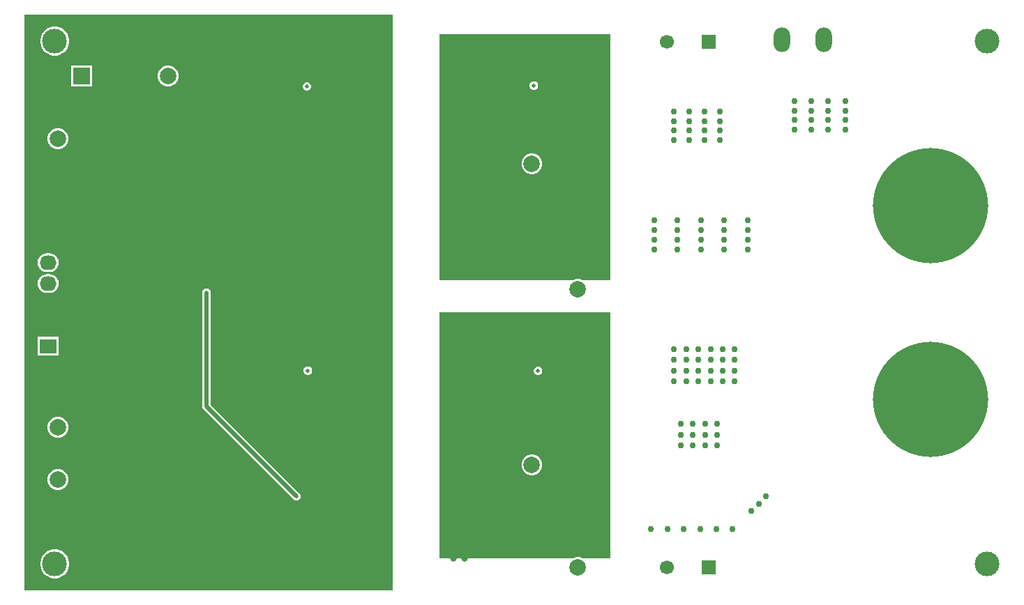
<source format=gbl>
G04*
G04 #@! TF.GenerationSoftware,Altium Limited,Altium Designer,23.2.1 (34)*
G04*
G04 Layer_Physical_Order=4*
G04 Layer_Color=16711680*
%FSLAX25Y25*%
%MOIN*%
G70*
G04*
G04 #@! TF.SameCoordinates,7D5924AB-2F56-4A22-BAC2-9F5A3F461BF2*
G04*
G04*
G04 #@! TF.FilePolarity,Positive*
G04*
G01*
G75*
%ADD60C,0.02000*%
%ADD65O,0.08000X0.07000*%
%ADD66R,0.08000X0.07000*%
%ADD67R,0.07874X0.07874*%
%ADD68C,0.07874*%
%ADD69C,0.06673*%
%ADD70R,0.06673X0.06673*%
%ADD71C,0.55118*%
%ADD72C,0.11811*%
%ADD73O,0.07874X0.11811*%
%ADD74C,0.03150*%
%ADD76C,0.02000*%
%ADD77C,0.03000*%
G36*
X330000Y721410D02*
X154000D01*
Y997000D01*
X330000D01*
Y721410D01*
D02*
G37*
G36*
X434000Y737000D02*
X420580D01*
X420406Y737101D01*
X419150Y737437D01*
X417850D01*
X416594Y737101D01*
X416420Y737000D01*
X352500D01*
Y854500D01*
X434000D01*
Y737000D01*
D02*
G37*
G36*
Y870000D02*
X420580D01*
X420406Y870101D01*
X419150Y870437D01*
X417850D01*
X416594Y870101D01*
X416420Y870000D01*
X352500D01*
Y987500D01*
X434000D01*
Y870000D01*
D02*
G37*
%LPC*%
G36*
X169180Y991158D02*
X167820D01*
X166486Y990892D01*
X165229Y990372D01*
X164098Y989616D01*
X163136Y988654D01*
X162380Y987523D01*
X161860Y986266D01*
X161594Y984932D01*
Y983572D01*
X161860Y982238D01*
X162380Y980981D01*
X163136Y979850D01*
X164098Y978888D01*
X165229Y978132D01*
X166486Y977612D01*
X167820Y977347D01*
X169180D01*
X170514Y977612D01*
X171771Y978132D01*
X172902Y978888D01*
X173864Y979850D01*
X174620Y980981D01*
X175140Y982238D01*
X175406Y983572D01*
Y984932D01*
X175140Y986266D01*
X174620Y987523D01*
X173864Y988654D01*
X172902Y989616D01*
X171771Y990372D01*
X170514Y990892D01*
X169180Y991158D01*
D02*
G37*
G36*
X223240Y972437D02*
X221941D01*
X220685Y972101D01*
X219559Y971451D01*
X218640Y970531D01*
X217990Y969406D01*
X217653Y968150D01*
Y966850D01*
X217990Y965594D01*
X218640Y964469D01*
X219559Y963549D01*
X220685Y962899D01*
X221941Y962563D01*
X223240D01*
X224496Y962899D01*
X225622Y963549D01*
X226541Y964469D01*
X227191Y965594D01*
X227528Y966850D01*
Y968150D01*
X227191Y969406D01*
X226541Y970531D01*
X225622Y971451D01*
X224496Y972101D01*
X223240Y972437D01*
D02*
G37*
G36*
X186346D02*
X176472D01*
Y962563D01*
X186346D01*
Y972437D01*
D02*
G37*
G36*
X289398Y964500D02*
X288602D01*
X287867Y964196D01*
X287304Y963633D01*
X287000Y962898D01*
Y962102D01*
X287304Y961367D01*
X287867Y960804D01*
X288602Y960500D01*
X289398D01*
X290133Y960804D01*
X290696Y961367D01*
X291000Y962102D01*
Y962898D01*
X290696Y963633D01*
X290133Y964196D01*
X289398Y964500D01*
D02*
G37*
G36*
X170650Y942437D02*
X169350D01*
X168094Y942101D01*
X166969Y941451D01*
X166049Y940531D01*
X165399Y939406D01*
X165063Y938150D01*
Y936850D01*
X165399Y935594D01*
X166049Y934469D01*
X166969Y933549D01*
X168094Y932899D01*
X169350Y932563D01*
X170650D01*
X171906Y932899D01*
X173031Y933549D01*
X173951Y934469D01*
X174601Y935594D01*
X174937Y936850D01*
Y938150D01*
X174601Y939406D01*
X173951Y940531D01*
X173031Y941451D01*
X171906Y942101D01*
X170650Y942437D01*
D02*
G37*
G36*
X165854Y882807D02*
X164854D01*
X163680Y882652D01*
X162585Y882199D01*
X161645Y881477D01*
X160924Y880537D01*
X160470Y879443D01*
X160316Y878268D01*
X160470Y877093D01*
X160924Y875998D01*
X161645Y875058D01*
X162585Y874337D01*
X163680Y873884D01*
X164854Y873729D01*
X165854D01*
X167029Y873884D01*
X168124Y874337D01*
X169064Y875058D01*
X169785Y875998D01*
X170238Y877093D01*
X170393Y878268D01*
X170238Y879443D01*
X169785Y880537D01*
X169064Y881477D01*
X168124Y882199D01*
X167029Y882652D01*
X165854Y882807D01*
D02*
G37*
G36*
Y872807D02*
X164854D01*
X163680Y872652D01*
X162585Y872198D01*
X161645Y871477D01*
X160924Y870537D01*
X160470Y869442D01*
X160316Y868268D01*
X160470Y867093D01*
X160924Y865998D01*
X161645Y865058D01*
X162585Y864337D01*
X163680Y863883D01*
X164854Y863729D01*
X165854D01*
X167029Y863883D01*
X168124Y864337D01*
X169064Y865058D01*
X169785Y865998D01*
X170238Y867093D01*
X170393Y868268D01*
X170238Y869442D01*
X169785Y870537D01*
X169064Y871477D01*
X168124Y872198D01*
X167029Y872652D01*
X165854Y872807D01*
D02*
G37*
G36*
X170354Y842768D02*
X160354D01*
Y833768D01*
X170354D01*
Y842768D01*
D02*
G37*
G36*
X289885Y828681D02*
X289090D01*
X288355Y828377D01*
X287792Y827814D01*
X287488Y827079D01*
Y826283D01*
X287792Y825548D01*
X288355Y824986D01*
X289090Y824681D01*
X289885D01*
X290621Y824986D01*
X291183Y825548D01*
X291488Y826283D01*
Y827079D01*
X291183Y827814D01*
X290621Y828377D01*
X289885Y828681D01*
D02*
G37*
G36*
X170650Y804437D02*
X169350D01*
X168094Y804101D01*
X166969Y803451D01*
X166049Y802531D01*
X165399Y801406D01*
X165063Y800150D01*
Y798850D01*
X165399Y797594D01*
X166049Y796469D01*
X166969Y795549D01*
X168094Y794899D01*
X169350Y794563D01*
X170650D01*
X171906Y794899D01*
X173031Y795549D01*
X173951Y796469D01*
X174601Y797594D01*
X174937Y798850D01*
Y800150D01*
X174601Y801406D01*
X173951Y802531D01*
X173031Y803451D01*
X171906Y804101D01*
X170650Y804437D01*
D02*
G37*
G36*
Y779437D02*
X169350D01*
X168094Y779101D01*
X166969Y778451D01*
X166049Y777531D01*
X165399Y776406D01*
X165063Y775150D01*
Y773850D01*
X165399Y772594D01*
X166049Y771469D01*
X166969Y770549D01*
X168094Y769899D01*
X169350Y769563D01*
X170650D01*
X171906Y769899D01*
X173031Y770549D01*
X173951Y771469D01*
X174601Y772594D01*
X174937Y773850D01*
Y775150D01*
X174601Y776406D01*
X173951Y777531D01*
X173031Y778451D01*
X171906Y779101D01*
X170650Y779437D01*
D02*
G37*
G36*
X241000Y866039D02*
X240803Y866000D01*
X240602D01*
X240417Y865923D01*
X240220Y865884D01*
X240053Y865772D01*
X239867Y865695D01*
X239725Y865553D01*
X239558Y865442D01*
X239446Y865275D01*
X239304Y865133D01*
X239228Y864947D01*
X239116Y864780D01*
X239077Y864583D01*
X239000Y864398D01*
Y864197D01*
X238961Y864000D01*
Y809500D01*
X239116Y808720D01*
X239558Y808058D01*
X282558Y765058D01*
X282725Y764947D01*
X282867Y764805D01*
X283053Y764728D01*
X283220Y764616D01*
X283417Y764577D01*
X283602Y764500D01*
X283803D01*
X284000Y764461D01*
X284197Y764500D01*
X284398D01*
X284583Y764577D01*
X284780Y764616D01*
X284947Y764728D01*
X285133Y764805D01*
X285275Y764947D01*
X285442Y765058D01*
X285554Y765225D01*
X285696Y765367D01*
X285772Y765553D01*
X285884Y765720D01*
X285923Y765917D01*
X286000Y766102D01*
Y766303D01*
X286039Y766500D01*
X286000Y766697D01*
Y766898D01*
X285923Y767083D01*
X285884Y767280D01*
X285772Y767447D01*
X285696Y767633D01*
X285554Y767775D01*
X285442Y767942D01*
X243039Y810345D01*
Y864000D01*
X243000Y864197D01*
Y864398D01*
X242923Y864583D01*
X242884Y864780D01*
X242772Y864947D01*
X242695Y865133D01*
X242553Y865275D01*
X242442Y865442D01*
X242275Y865553D01*
X242133Y865695D01*
X241947Y865772D01*
X241780Y865884D01*
X241583Y865923D01*
X241398Y866000D01*
X241197D01*
X241000Y866039D01*
D02*
G37*
G36*
X169180Y741157D02*
X167820D01*
X166486Y740892D01*
X165229Y740372D01*
X164098Y739616D01*
X163136Y738654D01*
X162380Y737523D01*
X161860Y736266D01*
X161594Y734932D01*
Y733572D01*
X161860Y732238D01*
X162380Y730981D01*
X163136Y729850D01*
X164098Y728888D01*
X165229Y728132D01*
X166486Y727612D01*
X167820Y727347D01*
X169180D01*
X170514Y727612D01*
X171771Y728132D01*
X172902Y728888D01*
X173864Y729850D01*
X174620Y730981D01*
X175140Y732238D01*
X175406Y733572D01*
Y734932D01*
X175140Y736266D01*
X174620Y737523D01*
X173864Y738654D01*
X172902Y739616D01*
X171771Y740372D01*
X170514Y740892D01*
X169180Y741157D01*
D02*
G37*
G36*
X399898Y828500D02*
X399102D01*
X398367Y828195D01*
X397804Y827633D01*
X397500Y826898D01*
Y826102D01*
X397804Y825367D01*
X398367Y824804D01*
X399102Y824500D01*
X399898D01*
X400633Y824804D01*
X401195Y825367D01*
X401500Y826102D01*
Y826898D01*
X401195Y827633D01*
X400633Y828195D01*
X399898Y828500D01*
D02*
G37*
G36*
X397150Y786437D02*
X395850D01*
X394594Y786101D01*
X393469Y785451D01*
X392549Y784531D01*
X391899Y783406D01*
X391563Y782150D01*
Y780850D01*
X391899Y779594D01*
X392549Y778469D01*
X393469Y777549D01*
X394594Y776899D01*
X395850Y776563D01*
X397150D01*
X398406Y776899D01*
X399531Y777549D01*
X400451Y778469D01*
X401101Y779594D01*
X401437Y780850D01*
Y782150D01*
X401101Y783406D01*
X400451Y784531D01*
X399531Y785451D01*
X398406Y786101D01*
X397150Y786437D01*
D02*
G37*
G36*
X397898Y965000D02*
X397102D01*
X396367Y964695D01*
X395805Y964133D01*
X395500Y963398D01*
Y962602D01*
X395805Y961867D01*
X396367Y961304D01*
X397102Y961000D01*
X397898D01*
X398633Y961304D01*
X399196Y961867D01*
X399500Y962602D01*
Y963398D01*
X399196Y964133D01*
X398633Y964695D01*
X397898Y965000D01*
D02*
G37*
G36*
X397150Y930437D02*
X395850D01*
X394594Y930101D01*
X393469Y929451D01*
X392549Y928531D01*
X391899Y927406D01*
X391563Y926150D01*
Y924850D01*
X391899Y923594D01*
X392549Y922469D01*
X393469Y921549D01*
X394594Y920899D01*
X395850Y920563D01*
X397150D01*
X398406Y920899D01*
X399531Y921549D01*
X400451Y922469D01*
X401101Y923594D01*
X401437Y924850D01*
Y926150D01*
X401101Y927406D01*
X400451Y928531D01*
X399531Y929451D01*
X398406Y930101D01*
X397150Y930437D01*
D02*
G37*
%LPD*%
D60*
X241000Y809500D02*
Y864000D01*
Y809500D02*
X284000Y766500D01*
D65*
X165354Y878268D02*
D03*
Y868268D02*
D03*
Y858268D02*
D03*
Y848268D02*
D03*
D66*
Y838268D02*
D03*
D67*
X181409Y967500D02*
D03*
D68*
X222590D02*
D03*
X396500Y781500D02*
D03*
X418500Y865500D02*
D03*
X396500Y925500D02*
D03*
X418500Y732500D02*
D03*
X170000Y937500D02*
D03*
Y911000D02*
D03*
Y774500D02*
D03*
Y799500D02*
D03*
D69*
X461000Y984000D02*
D03*
Y732500D02*
D03*
D70*
X481000Y984000D02*
D03*
Y732500D02*
D03*
D71*
X587000Y905512D02*
D03*
Y812992D02*
D03*
D72*
X614173Y984252D02*
D03*
Y734252D02*
D03*
X168500D02*
D03*
Y984252D02*
D03*
D73*
X536000Y985000D02*
D03*
X516000D02*
D03*
D74*
X368500Y756000D02*
D03*
X364500Y737000D02*
D03*
X359000D02*
D03*
X383500Y760500D02*
D03*
X375000Y761500D02*
D03*
X375500Y768500D02*
D03*
X358000Y781500D02*
D03*
X324000Y737000D02*
D03*
X319000D02*
D03*
X293000Y747000D02*
D03*
X290500Y751500D02*
D03*
X304500Y758000D02*
D03*
X300000Y760000D02*
D03*
X310500Y771500D02*
D03*
X314500D02*
D03*
X359000Y917500D02*
D03*
X385000Y897000D02*
D03*
X380000Y900500D02*
D03*
Y906500D02*
D03*
X368000Y892000D02*
D03*
X363000Y872000D02*
D03*
X359000D02*
D03*
X322000Y872500D02*
D03*
X317500D02*
D03*
X291000Y882500D02*
D03*
X287500Y887500D02*
D03*
X314500Y907000D02*
D03*
X310000D02*
D03*
X302500Y892000D02*
D03*
X298500Y895500D02*
D03*
D76*
X399500Y819500D02*
D03*
Y826500D02*
D03*
X397480Y955762D02*
D03*
X397500Y963000D02*
D03*
X289000Y955500D02*
D03*
X289500Y819500D02*
D03*
X289488Y826681D02*
D03*
X289000Y962500D02*
D03*
X232000Y906500D02*
D03*
X248500Y878500D02*
D03*
X266459Y905781D02*
D03*
X264000Y854500D02*
D03*
X250000Y843000D02*
D03*
X241000Y864000D02*
D03*
X284000Y766500D02*
D03*
D77*
X464500Y950500D02*
D03*
Y946000D02*
D03*
Y941500D02*
D03*
Y937000D02*
D03*
X486500D02*
D03*
Y941500D02*
D03*
Y946000D02*
D03*
Y950500D02*
D03*
X479167D02*
D03*
Y946000D02*
D03*
Y941500D02*
D03*
Y937000D02*
D03*
X471833D02*
D03*
Y941500D02*
D03*
Y946000D02*
D03*
Y950500D02*
D03*
X485100Y790812D02*
D03*
X467700Y796000D02*
D03*
X473500Y790812D02*
D03*
Y796000D02*
D03*
Y801188D02*
D03*
X479300D02*
D03*
X485100D02*
D03*
X479300Y796000D02*
D03*
Y790812D02*
D03*
X485100Y796000D02*
D03*
X467700Y790812D02*
D03*
Y801188D02*
D03*
X522000Y955500D02*
D03*
X530000D02*
D03*
X538000D02*
D03*
X546500D02*
D03*
Y951000D02*
D03*
X538000D02*
D03*
X522000D02*
D03*
X546500Y946500D02*
D03*
X538000D02*
D03*
X522000D02*
D03*
X546500Y942000D02*
D03*
X530000Y951000D02*
D03*
Y946500D02*
D03*
Y942000D02*
D03*
X538000D02*
D03*
X522000D02*
D03*
X493500Y821437D02*
D03*
Y831812D02*
D03*
Y826625D02*
D03*
X487700D02*
D03*
X481900D02*
D03*
X487700Y837000D02*
D03*
Y831812D02*
D03*
Y821437D02*
D03*
X493500Y837000D02*
D03*
X481900Y821437D02*
D03*
X477333Y898500D02*
D03*
X488500Y884500D02*
D03*
Y889167D02*
D03*
X477333D02*
D03*
Y884500D02*
D03*
X499667Y898500D02*
D03*
Y893833D02*
D03*
X488500D02*
D03*
X499667Y889167D02*
D03*
Y884500D02*
D03*
X488500Y898500D02*
D03*
X466167Y889167D02*
D03*
X477333Y893833D02*
D03*
X466167D02*
D03*
Y898500D02*
D03*
Y884500D02*
D03*
X476900Y751000D02*
D03*
X461300D02*
D03*
X501500Y759500D02*
D03*
X508500Y766500D02*
D03*
X505000Y763000D02*
D03*
X469100Y751000D02*
D03*
X492500D02*
D03*
X484700D02*
D03*
X470300Y821437D02*
D03*
Y826625D02*
D03*
X464500D02*
D03*
X476100D02*
D03*
Y821437D02*
D03*
X464500D02*
D03*
X476100Y831812D02*
D03*
X464500Y837000D02*
D03*
X476100D02*
D03*
X481900D02*
D03*
Y831812D02*
D03*
X470300Y837000D02*
D03*
Y831812D02*
D03*
X464500D02*
D03*
X455000Y898500D02*
D03*
X453500Y751000D02*
D03*
X455000Y889167D02*
D03*
Y893833D02*
D03*
Y884500D02*
D03*
M02*

</source>
